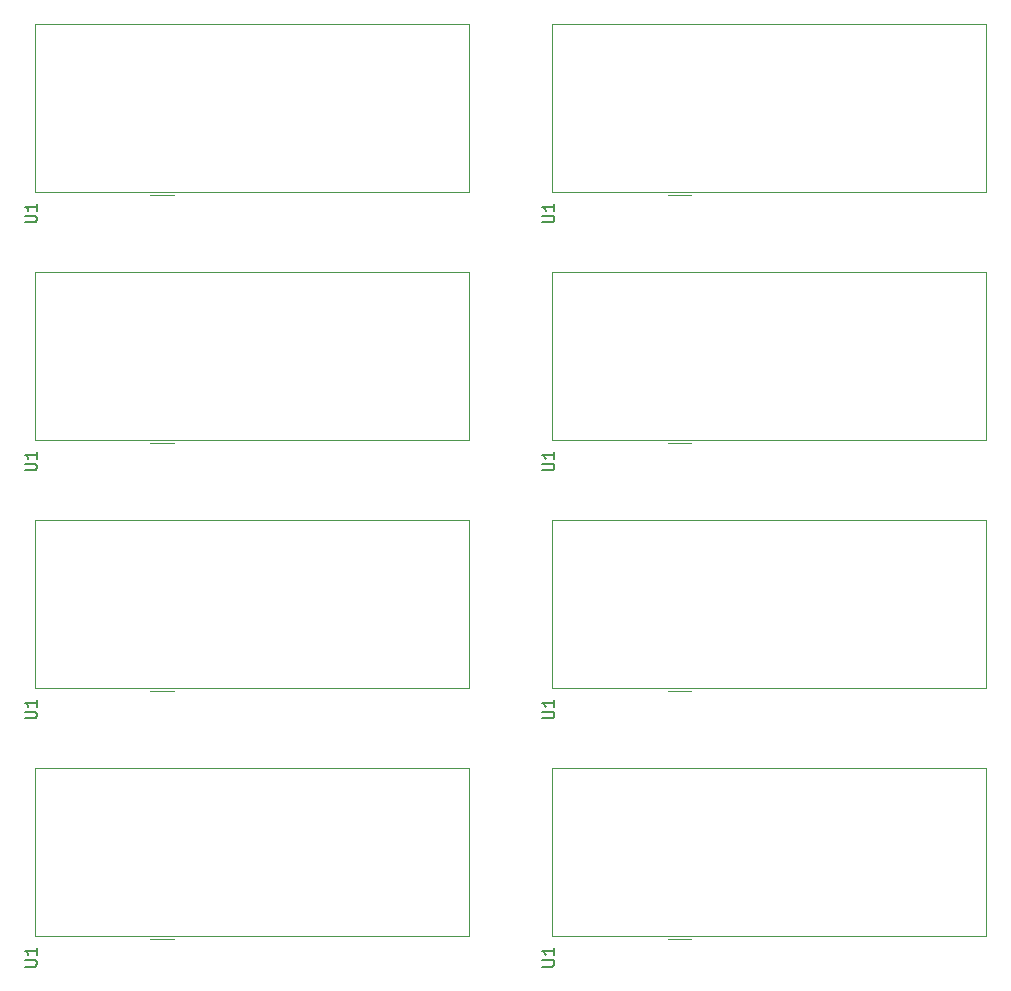
<source format=gbr>
G04 #@! TF.GenerationSoftware,KiCad,Pcbnew,5.1.5+dfsg1-2build2*
G04 #@! TF.CreationDate,2021-11-16T17:19:03-05:00*
G04 #@! TF.ProjectId,,58585858-5858-4585-9858-585858585858,rev?*
G04 #@! TF.SameCoordinates,Original*
G04 #@! TF.FileFunction,Legend,Top*
G04 #@! TF.FilePolarity,Positive*
%FSLAX46Y46*%
G04 Gerber Fmt 4.6, Leading zero omitted, Abs format (unit mm)*
G04 Created by KiCad (PCBNEW 5.1.5+dfsg1-2build2) date 2021-11-16 17:19:03*
%MOMM*%
%LPD*%
G04 APERTURE LIST*
%ADD10C,0.120000*%
%ADD11C,0.150000*%
G04 APERTURE END LIST*
D10*
X146867400Y-113211100D02*
X146867400Y-98971100D01*
X146867400Y-113211100D02*
X183607400Y-113211100D01*
X183607400Y-113211100D02*
X183607400Y-98971100D01*
X183607400Y-98971100D02*
X146867400Y-98971100D01*
X156617400Y-113461100D02*
X158617400Y-113461100D01*
X103067400Y-113211100D02*
X103067400Y-98971100D01*
X103067400Y-113211100D02*
X139807400Y-113211100D01*
X139807400Y-113211100D02*
X139807400Y-98971100D01*
X139807400Y-98971100D02*
X103067400Y-98971100D01*
X112817400Y-113461100D02*
X114817400Y-113461100D01*
X146867400Y-92211100D02*
X146867400Y-77971100D01*
X146867400Y-92211100D02*
X183607400Y-92211100D01*
X183607400Y-92211100D02*
X183607400Y-77971100D01*
X183607400Y-77971100D02*
X146867400Y-77971100D01*
X156617400Y-92461100D02*
X158617400Y-92461100D01*
X103067400Y-92211100D02*
X103067400Y-77971100D01*
X103067400Y-92211100D02*
X139807400Y-92211100D01*
X139807400Y-92211100D02*
X139807400Y-77971100D01*
X139807400Y-77971100D02*
X103067400Y-77971100D01*
X112817400Y-92461100D02*
X114817400Y-92461100D01*
X146867400Y-71211100D02*
X146867400Y-56971100D01*
X146867400Y-71211100D02*
X183607400Y-71211100D01*
X183607400Y-71211100D02*
X183607400Y-56971100D01*
X183607400Y-56971100D02*
X146867400Y-56971100D01*
X156617400Y-71461100D02*
X158617400Y-71461100D01*
X103067400Y-71211100D02*
X103067400Y-56971100D01*
X103067400Y-71211100D02*
X139807400Y-71211100D01*
X139807400Y-71211100D02*
X139807400Y-56971100D01*
X139807400Y-56971100D02*
X103067400Y-56971100D01*
X112817400Y-71461100D02*
X114817400Y-71461100D01*
X146867400Y-50211100D02*
X146867400Y-35971100D01*
X146867400Y-50211100D02*
X183607400Y-50211100D01*
X183607400Y-50211100D02*
X183607400Y-35971100D01*
X183607400Y-35971100D02*
X146867400Y-35971100D01*
X156617400Y-50461100D02*
X158617400Y-50461100D01*
X112817400Y-50461100D02*
X114817400Y-50461100D01*
X139807400Y-35971100D02*
X103067400Y-35971100D01*
X139807400Y-50211100D02*
X139807400Y-35971100D01*
X103067400Y-50211100D02*
X139807400Y-50211100D01*
X103067400Y-50211100D02*
X103067400Y-35971100D01*
D11*
X146008080Y-115768404D02*
X146817604Y-115768404D01*
X146912842Y-115720785D01*
X146960461Y-115673166D01*
X147008080Y-115577928D01*
X147008080Y-115387452D01*
X146960461Y-115292214D01*
X146912842Y-115244595D01*
X146817604Y-115196976D01*
X146008080Y-115196976D01*
X147008080Y-114196976D02*
X147008080Y-114768404D01*
X147008080Y-114482690D02*
X146008080Y-114482690D01*
X146150938Y-114577928D01*
X146246176Y-114673166D01*
X146293795Y-114768404D01*
X102208080Y-115768404D02*
X103017604Y-115768404D01*
X103112842Y-115720785D01*
X103160461Y-115673166D01*
X103208080Y-115577928D01*
X103208080Y-115387452D01*
X103160461Y-115292214D01*
X103112842Y-115244595D01*
X103017604Y-115196976D01*
X102208080Y-115196976D01*
X103208080Y-114196976D02*
X103208080Y-114768404D01*
X103208080Y-114482690D02*
X102208080Y-114482690D01*
X102350938Y-114577928D01*
X102446176Y-114673166D01*
X102493795Y-114768404D01*
X146008080Y-94768404D02*
X146817604Y-94768404D01*
X146912842Y-94720785D01*
X146960461Y-94673166D01*
X147008080Y-94577928D01*
X147008080Y-94387452D01*
X146960461Y-94292214D01*
X146912842Y-94244595D01*
X146817604Y-94196976D01*
X146008080Y-94196976D01*
X147008080Y-93196976D02*
X147008080Y-93768404D01*
X147008080Y-93482690D02*
X146008080Y-93482690D01*
X146150938Y-93577928D01*
X146246176Y-93673166D01*
X146293795Y-93768404D01*
X102208080Y-94768404D02*
X103017604Y-94768404D01*
X103112842Y-94720785D01*
X103160461Y-94673166D01*
X103208080Y-94577928D01*
X103208080Y-94387452D01*
X103160461Y-94292214D01*
X103112842Y-94244595D01*
X103017604Y-94196976D01*
X102208080Y-94196976D01*
X103208080Y-93196976D02*
X103208080Y-93768404D01*
X103208080Y-93482690D02*
X102208080Y-93482690D01*
X102350938Y-93577928D01*
X102446176Y-93673166D01*
X102493795Y-93768404D01*
X146008080Y-73768404D02*
X146817604Y-73768404D01*
X146912842Y-73720785D01*
X146960461Y-73673166D01*
X147008080Y-73577928D01*
X147008080Y-73387452D01*
X146960461Y-73292214D01*
X146912842Y-73244595D01*
X146817604Y-73196976D01*
X146008080Y-73196976D01*
X147008080Y-72196976D02*
X147008080Y-72768404D01*
X147008080Y-72482690D02*
X146008080Y-72482690D01*
X146150938Y-72577928D01*
X146246176Y-72673166D01*
X146293795Y-72768404D01*
X102208080Y-73768404D02*
X103017604Y-73768404D01*
X103112842Y-73720785D01*
X103160461Y-73673166D01*
X103208080Y-73577928D01*
X103208080Y-73387452D01*
X103160461Y-73292214D01*
X103112842Y-73244595D01*
X103017604Y-73196976D01*
X102208080Y-73196976D01*
X103208080Y-72196976D02*
X103208080Y-72768404D01*
X103208080Y-72482690D02*
X102208080Y-72482690D01*
X102350938Y-72577928D01*
X102446176Y-72673166D01*
X102493795Y-72768404D01*
X146008080Y-52768404D02*
X146817604Y-52768404D01*
X146912842Y-52720785D01*
X146960461Y-52673166D01*
X147008080Y-52577928D01*
X147008080Y-52387452D01*
X146960461Y-52292214D01*
X146912842Y-52244595D01*
X146817604Y-52196976D01*
X146008080Y-52196976D01*
X147008080Y-51196976D02*
X147008080Y-51768404D01*
X147008080Y-51482690D02*
X146008080Y-51482690D01*
X146150938Y-51577928D01*
X146246176Y-51673166D01*
X146293795Y-51768404D01*
X102208080Y-52768404D02*
X103017604Y-52768404D01*
X103112842Y-52720785D01*
X103160461Y-52673166D01*
X103208080Y-52577928D01*
X103208080Y-52387452D01*
X103160461Y-52292214D01*
X103112842Y-52244595D01*
X103017604Y-52196976D01*
X102208080Y-52196976D01*
X103208080Y-51196976D02*
X103208080Y-51768404D01*
X103208080Y-51482690D02*
X102208080Y-51482690D01*
X102350938Y-51577928D01*
X102446176Y-51673166D01*
X102493795Y-51768404D01*
M02*

</source>
